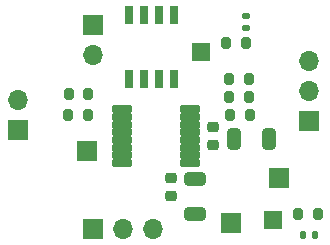
<source format=gbr>
%TF.GenerationSoftware,KiCad,Pcbnew,7.0.6*%
%TF.CreationDate,2024-02-24T16:40:59-05:00*%
%TF.ProjectId,ads1120_breakout,61647331-3132-4305-9f62-7265616b6f75,rev?*%
%TF.SameCoordinates,Original*%
%TF.FileFunction,Soldermask,Top*%
%TF.FilePolarity,Negative*%
%FSLAX46Y46*%
G04 Gerber Fmt 4.6, Leading zero omitted, Abs format (unit mm)*
G04 Created by KiCad (PCBNEW 7.0.6) date 2024-02-24 16:40:59*
%MOMM*%
%LPD*%
G01*
G04 APERTURE LIST*
G04 Aperture macros list*
%AMRoundRect*
0 Rectangle with rounded corners*
0 $1 Rounding radius*
0 $2 $3 $4 $5 $6 $7 $8 $9 X,Y pos of 4 corners*
0 Add a 4 corners polygon primitive as box body*
4,1,4,$2,$3,$4,$5,$6,$7,$8,$9,$2,$3,0*
0 Add four circle primitives for the rounded corners*
1,1,$1+$1,$2,$3*
1,1,$1+$1,$4,$5*
1,1,$1+$1,$6,$7*
1,1,$1+$1,$8,$9*
0 Add four rect primitives between the rounded corners*
20,1,$1+$1,$2,$3,$4,$5,0*
20,1,$1+$1,$4,$5,$6,$7,0*
20,1,$1+$1,$6,$7,$8,$9,0*
20,1,$1+$1,$8,$9,$2,$3,0*%
G04 Aperture macros list end*
%ADD10R,1.700000X1.700000*%
%ADD11O,1.700000X1.700000*%
%ADD12R,1.500000X1.500000*%
%ADD13RoundRect,0.200000X-0.200000X-0.275000X0.200000X-0.275000X0.200000X0.275000X-0.200000X0.275000X0*%
%ADD14RoundRect,0.147500X-0.172500X0.147500X-0.172500X-0.147500X0.172500X-0.147500X0.172500X0.147500X0*%
%ADD15RoundRect,0.147500X-0.147500X-0.172500X0.147500X-0.172500X0.147500X0.172500X-0.147500X0.172500X0*%
%ADD16RoundRect,0.122500X-0.764500X-0.184500X0.764500X-0.184500X0.764500X0.184500X-0.764500X0.184500X0*%
%ADD17RoundRect,0.200000X0.200000X0.275000X-0.200000X0.275000X-0.200000X-0.275000X0.200000X-0.275000X0*%
%ADD18R,0.650000X1.526000*%
%ADD19RoundRect,0.250000X-0.325000X-0.650000X0.325000X-0.650000X0.325000X0.650000X-0.325000X0.650000X0*%
%ADD20RoundRect,0.225000X0.250000X-0.225000X0.250000X0.225000X-0.250000X0.225000X-0.250000X-0.225000X0*%
%ADD21RoundRect,0.250000X-0.650000X0.325000X-0.650000X-0.325000X0.650000X-0.325000X0.650000X0.325000X0*%
G04 APERTURE END LIST*
D10*
%TO.C,J7*%
X137922000Y-94488000D03*
D11*
X140462000Y-94488000D03*
X143002000Y-94488000D03*
%TD*%
D12*
%TO.C,TP2*%
X147066000Y-79502000D03*
%TD*%
%TO.C,TP1*%
X153162000Y-93726000D03*
%TD*%
D13*
%TO.C,R7*%
X149226000Y-78740000D03*
X150876000Y-78740000D03*
%TD*%
%TO.C,R6*%
X155322000Y-93218000D03*
X156972000Y-93218000D03*
%TD*%
D14*
%TO.C,D2*%
X150876000Y-76477000D03*
X150876000Y-77447000D03*
%TD*%
D15*
%TO.C,D1*%
X155748000Y-94996000D03*
X156718000Y-94996000D03*
%TD*%
D16*
%TO.C,U1*%
X140386000Y-84339000D03*
X140386000Y-84989000D03*
X140386000Y-85639000D03*
X140386000Y-86289000D03*
X140386000Y-86939000D03*
X140386000Y-87589000D03*
X140386000Y-88239000D03*
X140386000Y-88889000D03*
X146126000Y-88889000D03*
X146126000Y-88239000D03*
X146126000Y-87589000D03*
X146126000Y-86939000D03*
X146126000Y-86289000D03*
X146126000Y-85639000D03*
X146126000Y-84989000D03*
X146126000Y-84339000D03*
%TD*%
D13*
%TO.C,R5*%
X151130000Y-83312000D03*
X149480000Y-83312000D03*
%TD*%
D17*
%TO.C,R4*%
X149543000Y-84836000D03*
X151193000Y-84836000D03*
%TD*%
D13*
%TO.C,R3*%
X135890000Y-83058000D03*
X137540000Y-83058000D03*
%TD*%
D17*
%TO.C,R2*%
X151130000Y-81788000D03*
X149480000Y-81788000D03*
%TD*%
D13*
%TO.C,R1*%
X135827000Y-84836000D03*
X137477000Y-84836000D03*
%TD*%
D10*
%TO.C,J6*%
X153670000Y-90170000D03*
%TD*%
%TO.C,J5*%
X156210000Y-85329000D03*
D11*
X156210000Y-82789000D03*
X156210000Y-80249000D03*
%TD*%
D10*
%TO.C,J4*%
X137414000Y-87884000D03*
%TD*%
%TO.C,J3*%
X149606000Y-93980000D03*
%TD*%
%TO.C,J2*%
X137922000Y-77216000D03*
D11*
X137922000Y-79756000D03*
%TD*%
D10*
%TO.C,J1*%
X131572000Y-86106000D03*
D11*
X131572000Y-83566000D03*
%TD*%
D18*
%TO.C,IC1*%
X144780000Y-81788000D03*
X143510000Y-81788000D03*
X142240000Y-81788000D03*
X140970000Y-81788000D03*
X140970000Y-76364000D03*
X142240000Y-76364000D03*
X143510000Y-76364000D03*
X144780000Y-76364000D03*
%TD*%
D19*
%TO.C,C4*%
X149909000Y-86868000D03*
X152859000Y-86868000D03*
%TD*%
D20*
%TO.C,C3*%
X148082000Y-87389000D03*
X148082000Y-85839000D03*
%TD*%
%TO.C,C2*%
X144526000Y-90170000D03*
X144526000Y-91720000D03*
%TD*%
D21*
%TO.C,C1*%
X146558000Y-90232000D03*
X146558000Y-93182000D03*
%TD*%
M02*

</source>
